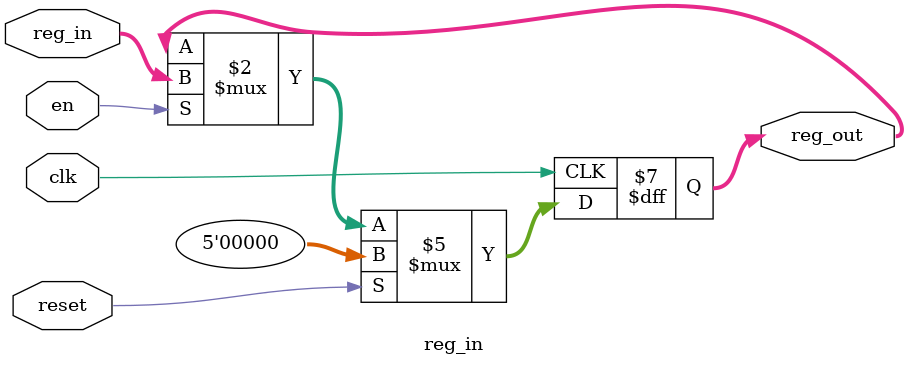
<source format=sv>
module reg_in (input logic [4:0] reg_in, input logic reset ,clk, en, output logic [4:0] reg_out);

always_ff @(posedge clk)
begin
    if (reset)
    begin
        reg_out <= 0;
    end
    else
    begin
        if (en)
        begin
            reg_out <= reg_in;
        end
    end
end

endmodule
</source>
